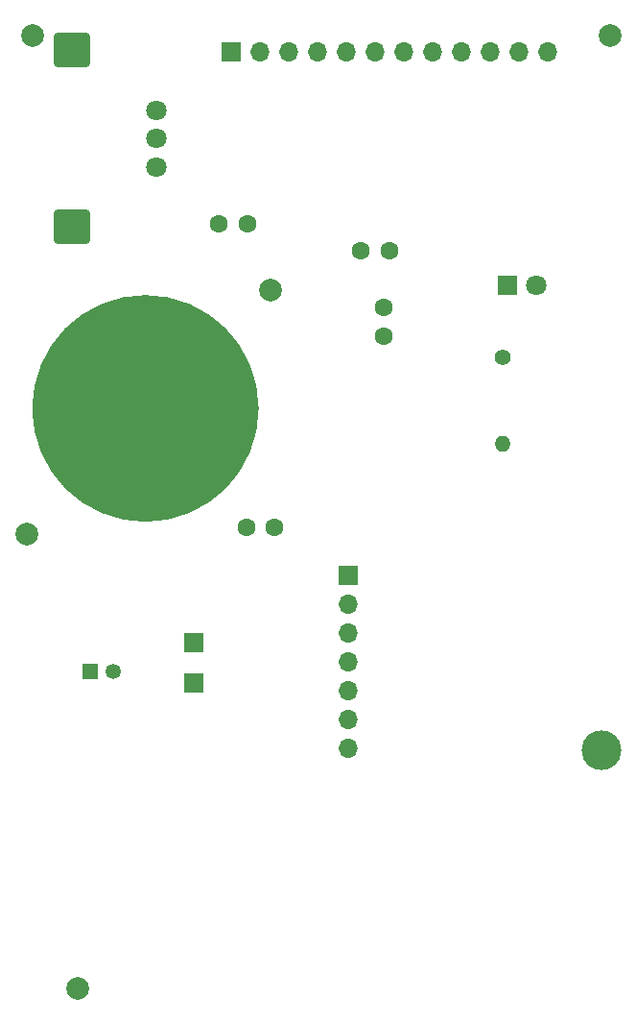
<source format=gbr>
%TF.GenerationSoftware,KiCad,Pcbnew,9.0.0*%
%TF.CreationDate,2025-04-14T10:38:46-04:00*%
%TF.ProjectId,leftPCB,6c656674-5043-4422-9e6b-696361645f70,rev?*%
%TF.SameCoordinates,Original*%
%TF.FileFunction,Soldermask,Bot*%
%TF.FilePolarity,Negative*%
%FSLAX46Y46*%
G04 Gerber Fmt 4.6, Leading zero omitted, Abs format (unit mm)*
G04 Created by KiCad (PCBNEW 9.0.0) date 2025-04-14 10:38:46*
%MOMM*%
%LPD*%
G01*
G04 APERTURE LIST*
G04 Aperture macros list*
%AMRoundRect*
0 Rectangle with rounded corners*
0 $1 Rounding radius*
0 $2 $3 $4 $5 $6 $7 $8 $9 X,Y pos of 4 corners*
0 Add a 4 corners polygon primitive as box body*
4,1,4,$2,$3,$4,$5,$6,$7,$8,$9,$2,$3,0*
0 Add four circle primitives for the rounded corners*
1,1,$1+$1,$2,$3*
1,1,$1+$1,$4,$5*
1,1,$1+$1,$6,$7*
1,1,$1+$1,$8,$9*
0 Add four rect primitives between the rounded corners*
20,1,$1+$1,$2,$3,$4,$5,0*
20,1,$1+$1,$4,$5,$6,$7,0*
20,1,$1+$1,$6,$7,$8,$9,0*
20,1,$1+$1,$8,$9,$2,$3,0*%
G04 Aperture macros list end*
%ADD10C,10.000000*%
%ADD11R,1.700000X1.700000*%
%ADD12R,1.350000X1.350000*%
%ADD13C,1.350000*%
%ADD14C,1.600000*%
%ADD15O,1.700000X1.700000*%
%ADD16O,1.400000X1.400000*%
%ADD17C,1.400000*%
%ADD18C,2.000000*%
%ADD19R,1.800000X1.800000*%
%ADD20C,1.800000*%
%ADD21C,3.500000*%
%ADD22RoundRect,0.465000X-1.185000X1.085000X-1.185000X-1.085000X1.185000X-1.085000X1.185000X1.085000X0*%
G04 APERTURE END LIST*
D10*
X140000000Y-81895697D02*
G75*
G02*
X130000000Y-81895697I-5000000J0D01*
G01*
X130000000Y-81895697D02*
G75*
G02*
X140000000Y-81895697I5000000J0D01*
G01*
D11*
%TO.C,J4*%
X139300000Y-106100000D03*
%TD*%
D12*
%TO.C,J5*%
X130150000Y-105050000D03*
D13*
X132150000Y-105050000D03*
%TD*%
D14*
%TO.C,C4*%
X156000000Y-75500000D03*
X156000000Y-73000000D03*
%TD*%
D15*
%TO.C,J2*%
X152900000Y-101680000D03*
X152900000Y-104220000D03*
X152900000Y-99140000D03*
D11*
X152900000Y-96600000D03*
D15*
X152900000Y-106760000D03*
X152900000Y-109300000D03*
X152900000Y-111840000D03*
%TD*%
D16*
%TO.C,R1*%
X166500000Y-85000000D03*
D17*
X166500000Y-77380000D03*
%TD*%
D18*
%TO.C,H5*%
X124999900Y-48999900D03*
%TD*%
D14*
%TO.C,C1*%
X144000000Y-65600000D03*
X141500000Y-65600000D03*
%TD*%
D11*
%TO.C,J1*%
X142525000Y-50500000D03*
D15*
X145065000Y-50500000D03*
X147605000Y-50500000D03*
X150145000Y-50500000D03*
X152685000Y-50500000D03*
X155225000Y-50500000D03*
X157765000Y-50500000D03*
X160305000Y-50500000D03*
X162845000Y-50500000D03*
X165385000Y-50500000D03*
X167925000Y-50500000D03*
X170465000Y-50500000D03*
%TD*%
D14*
%TO.C,C3*%
X156500000Y-68000000D03*
X154000000Y-68000000D03*
%TD*%
D19*
%TO.C,D1*%
X166960000Y-71000000D03*
D20*
X169500000Y-71000000D03*
%TD*%
D18*
%TO.C,H4*%
X146000100Y-71500000D03*
%TD*%
D11*
%TO.C,J3*%
X139300000Y-102500000D03*
%TD*%
D18*
%TO.C,H3*%
X124500000Y-93000100D03*
%TD*%
D21*
%TO.C,H1*%
X175243400Y-111998300D03*
%TD*%
D18*
%TO.C,H2*%
X129000100Y-133000000D03*
%TD*%
D14*
%TO.C,C2*%
X143900000Y-92400000D03*
X146400000Y-92400000D03*
%TD*%
D18*
%TO.C,H6*%
X176000000Y-49000000D03*
%TD*%
D20*
%TO.C,SW5*%
X136000000Y-58100000D03*
D22*
X128500000Y-50300000D03*
X128500000Y-65900000D03*
D20*
X136000000Y-55600000D03*
X136000000Y-60600000D03*
%TD*%
M02*

</source>
